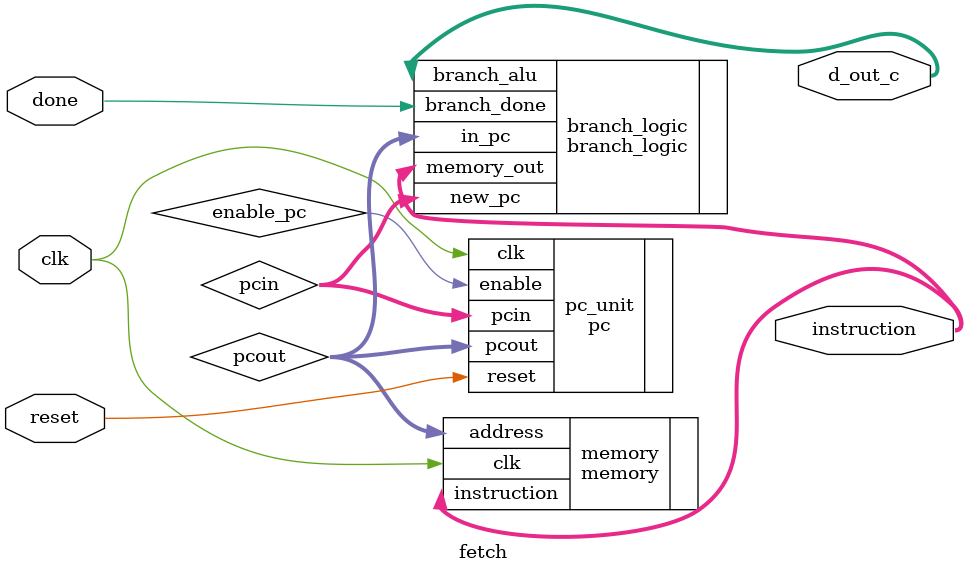
<source format=v>
module fetch (
    input wire clk,
    input wire reset,
    input wire done,            // Indicates instruction execution completion
    output wire [15:0] instruction,
    output wire [15:0] d_out_c
);
    wire [7:0] pcin;
    wire [7:0] pcout;
    
    pc pc_unit (
	.pcin(pcin),
        .clk(clk),
        .reset(reset),
        .enable(enable_pc),
        .pcout(pcout)
    );
	
    branch_logic branch_logic (
    	.in_pc(pcout),
    	.branch_done(done),
	.memory_out(instruction),
	.branch_alu(d_out_c),
	.new_pc(pcin)
	);
    
    memory memory (
	.clk(clk),
        .address(pcout),
        .instruction(instruction)
    );
endmodule

</source>
